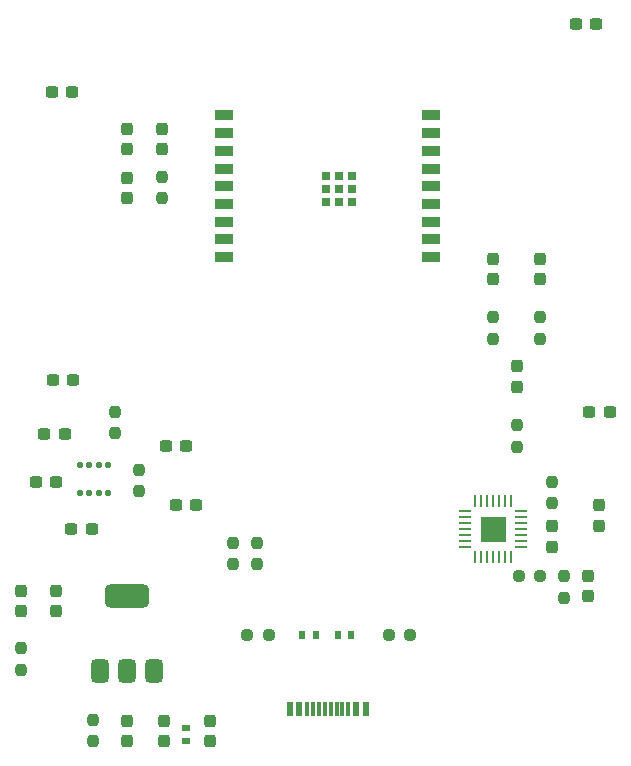
<source format=gbr>
%TF.GenerationSoftware,KiCad,Pcbnew,9.0.2*%
%TF.CreationDate,2026-02-08T22:26:42+01:00*%
%TF.ProjectId,home,686f6d65-2e6b-4696-9361-645f70636258,rev?*%
%TF.SameCoordinates,Original*%
%TF.FileFunction,Paste,Top*%
%TF.FilePolarity,Positive*%
%FSLAX46Y46*%
G04 Gerber Fmt 4.6, Leading zero omitted, Abs format (unit mm)*
G04 Created by KiCad (PCBNEW 9.0.2) date 2026-02-08 22:26:42*
%MOMM*%
%LPD*%
G01*
G04 APERTURE LIST*
G04 Aperture macros list*
%AMRoundRect*
0 Rectangle with rounded corners*
0 $1 Rounding radius*
0 $2 $3 $4 $5 $6 $7 $8 $9 X,Y pos of 4 corners*
0 Add a 4 corners polygon primitive as box body*
4,1,4,$2,$3,$4,$5,$6,$7,$8,$9,$2,$3,0*
0 Add four circle primitives for the rounded corners*
1,1,$1+$1,$2,$3*
1,1,$1+$1,$4,$5*
1,1,$1+$1,$6,$7*
1,1,$1+$1,$8,$9*
0 Add four rect primitives between the rounded corners*
20,1,$1+$1,$2,$3,$4,$5,0*
20,1,$1+$1,$4,$5,$6,$7,0*
20,1,$1+$1,$6,$7,$8,$9,0*
20,1,$1+$1,$8,$9,$2,$3,0*%
G04 Aperture macros list end*
%ADD10C,0.010000*%
%ADD11RoundRect,0.237500X-0.237500X0.300000X-0.237500X-0.300000X0.237500X-0.300000X0.237500X0.300000X0*%
%ADD12RoundRect,0.237500X0.250000X0.237500X-0.250000X0.237500X-0.250000X-0.237500X0.250000X-0.237500X0*%
%ADD13RoundRect,0.237500X-0.237500X0.250000X-0.237500X-0.250000X0.237500X-0.250000X0.237500X0.250000X0*%
%ADD14RoundRect,0.237500X0.237500X-0.300000X0.237500X0.300000X-0.237500X0.300000X-0.237500X-0.300000X0*%
%ADD15RoundRect,0.237500X0.237500X-0.250000X0.237500X0.250000X-0.237500X0.250000X-0.237500X-0.250000X0*%
%ADD16RoundRect,0.237500X0.300000X0.237500X-0.300000X0.237500X-0.300000X-0.237500X0.300000X-0.237500X0*%
%ADD17R,0.609600X0.660400*%
%ADD18RoundRect,0.375000X0.375000X-0.625000X0.375000X0.625000X-0.375000X0.625000X-0.375000X-0.625000X0*%
%ADD19RoundRect,0.500000X1.400000X-0.500000X1.400000X0.500000X-1.400000X0.500000X-1.400000X-0.500000X0*%
%ADD20RoundRect,0.237500X0.237500X-0.287500X0.237500X0.287500X-0.237500X0.287500X-0.237500X-0.287500X0*%
%ADD21R,0.660400X0.609600*%
%ADD22RoundRect,0.237500X-0.300000X-0.237500X0.300000X-0.237500X0.300000X0.237500X-0.300000X0.237500X0*%
%ADD23RoundRect,0.125000X-0.125000X-0.137500X0.125000X-0.137500X0.125000X0.137500X-0.125000X0.137500X0*%
%ADD24R,0.600000X1.150000*%
%ADD25R,0.300000X1.150000*%
%ADD26R,0.270000X0.990000*%
%ADD27R,0.990000X0.270000*%
%ADD28R,0.700000X0.700000*%
%ADD29R,1.500000X0.900000*%
G04 APERTURE END LIST*
D10*
%TO.C,U2*%
X225027740Y-138027740D02*
X222972260Y-138027740D01*
X222972260Y-135972260D01*
X225027740Y-135972260D01*
X225027740Y-138027740D01*
G36*
X225027740Y-138027740D02*
G01*
X222972260Y-138027740D01*
X222972260Y-135972260D01*
X225027740Y-135972260D01*
X225027740Y-138027740D01*
G37*
%TD*%
D11*
%TO.C,C5*%
X193000000Y-107275000D03*
X193000000Y-109000000D03*
%TD*%
D12*
%TO.C,R6*%
X217000000Y-146000000D03*
X215175000Y-146000000D03*
%TD*%
D11*
%TO.C,C4*%
X196000000Y-103137500D03*
X196000000Y-104862500D03*
%TD*%
D13*
%TO.C,R9*%
X226000000Y-128212500D03*
X226000000Y-130037500D03*
%TD*%
D14*
%TO.C,C14*%
X229000000Y-138500000D03*
X229000000Y-136775000D03*
%TD*%
D15*
%TO.C,R15*%
X184000000Y-148912500D03*
X184000000Y-147087500D03*
%TD*%
D16*
%TO.C,C8*%
X198000000Y-130000000D03*
X196275000Y-130000000D03*
%TD*%
%TO.C,C10*%
X187725000Y-129000000D03*
X186000000Y-129000000D03*
%TD*%
D13*
%TO.C,R3*%
X196000000Y-107175000D03*
X196000000Y-109000000D03*
%TD*%
D11*
%TO.C,C3*%
X193000000Y-103137500D03*
X193000000Y-104862500D03*
%TD*%
D15*
%TO.C,R13*%
X192000000Y-128912500D03*
X192000000Y-127087500D03*
%TD*%
D16*
%TO.C,C7*%
X198862500Y-135000000D03*
X197137500Y-135000000D03*
%TD*%
D17*
%TO.C,CR3*%
X210857000Y-146000000D03*
X212000000Y-146000000D03*
%TD*%
D11*
%TO.C,C16*%
X196159750Y-153275000D03*
X196159750Y-155000000D03*
%TD*%
D18*
%TO.C,U5*%
X190700000Y-148997250D03*
X193000000Y-148997250D03*
D19*
X193000000Y-142697250D03*
D18*
X195300000Y-148997250D03*
%TD*%
D20*
%TO.C,D3*%
X223975000Y-115875000D03*
X223975000Y-114125000D03*
%TD*%
D13*
%TO.C,R11*%
X202000000Y-138175000D03*
X202000000Y-140000000D03*
%TD*%
%TO.C,R14*%
X194000000Y-132000000D03*
X194000000Y-133825000D03*
%TD*%
%TO.C,R7*%
X229000000Y-133000000D03*
X229000000Y-134825000D03*
%TD*%
D14*
%TO.C,C1*%
X233000000Y-136725000D03*
X233000000Y-135000000D03*
%TD*%
D11*
%TO.C,C17*%
X187000000Y-142275000D03*
X187000000Y-144000000D03*
%TD*%
%TO.C,C2*%
X200000000Y-153275000D03*
X200000000Y-155000000D03*
%TD*%
D13*
%TO.C,R10*%
X224000000Y-119087500D03*
X224000000Y-120912500D03*
%TD*%
D15*
%TO.C,R5*%
X230000000Y-142825000D03*
X230000000Y-141000000D03*
%TD*%
D16*
%TO.C,C12*%
X232725000Y-94250000D03*
X231000000Y-94250000D03*
%TD*%
D20*
%TO.C,D4*%
X193000000Y-155000000D03*
X193000000Y-153250000D03*
%TD*%
D12*
%TO.C,R4*%
X228000000Y-141000000D03*
X226175000Y-141000000D03*
%TD*%
D11*
%TO.C,C6*%
X232000000Y-141000000D03*
X232000000Y-142725000D03*
%TD*%
D21*
%TO.C,CR1*%
X198000000Y-153857000D03*
X198000000Y-155000000D03*
%TD*%
D15*
%TO.C,R16*%
X190140250Y-155002750D03*
X190140250Y-153177750D03*
%TD*%
D22*
%TO.C,C15*%
X186637500Y-100000000D03*
X188362500Y-100000000D03*
%TD*%
D16*
%TO.C,C9*%
X187000000Y-133000000D03*
X185275000Y-133000000D03*
%TD*%
%TO.C,C18*%
X233862500Y-127137500D03*
X232137500Y-127137500D03*
%TD*%
D23*
%TO.C,U4*%
X189000000Y-131625000D03*
X189800000Y-131625000D03*
X190600000Y-131625000D03*
X191400000Y-131625000D03*
X191400000Y-134000000D03*
X190600000Y-134000000D03*
X189800000Y-134000000D03*
X189000000Y-134000000D03*
%TD*%
D22*
%TO.C,C13*%
X186739400Y-124400001D03*
X188464400Y-124400001D03*
%TD*%
D24*
%TO.C,J1*%
X206800000Y-152255000D03*
X207600000Y-152255000D03*
D25*
X208750000Y-152255000D03*
X209750000Y-152255000D03*
X210250000Y-152255000D03*
X211250000Y-152255000D03*
D24*
X213200000Y-152255000D03*
X212400000Y-152255000D03*
D25*
X211750000Y-152255000D03*
X210750000Y-152255000D03*
X209250000Y-152255000D03*
X208250000Y-152255000D03*
%TD*%
D26*
%TO.C,U2*%
X222500000Y-139360000D03*
X223000000Y-139360000D03*
X223500000Y-139360000D03*
X224000000Y-139360000D03*
X224500000Y-139360000D03*
X225000000Y-139360000D03*
X225500000Y-139360000D03*
D27*
X226360000Y-138500000D03*
X226360000Y-138000000D03*
X226360000Y-137500000D03*
X226360000Y-137000000D03*
X226360000Y-136500000D03*
X226360000Y-136000000D03*
X226360000Y-135500000D03*
D26*
X225500000Y-134640000D03*
X225000000Y-134640000D03*
X224500000Y-134640000D03*
X224000000Y-134640000D03*
X223500000Y-134640000D03*
X223000000Y-134640000D03*
X222500000Y-134640000D03*
D27*
X221640000Y-135500000D03*
X221640000Y-136000000D03*
X221640000Y-136500000D03*
X221640000Y-137000000D03*
X221640000Y-137500000D03*
X221640000Y-138000000D03*
X221640000Y-138500000D03*
%TD*%
D13*
%TO.C,R8*%
X228000000Y-119087500D03*
X228000000Y-120912500D03*
%TD*%
D17*
%TO.C,CR2*%
X209000000Y-146000000D03*
X207857000Y-146000000D03*
%TD*%
D12*
%TO.C,R2*%
X205000000Y-146000000D03*
X203175000Y-146000000D03*
%TD*%
D28*
%TO.C,U1*%
X209860000Y-107100000D03*
X209860000Y-108200000D03*
X209860000Y-109300000D03*
X210960000Y-107100000D03*
X210960000Y-108200000D03*
X210960000Y-109300000D03*
X212060000Y-107100000D03*
X212060000Y-108200000D03*
X212060000Y-109300000D03*
D29*
X201250000Y-102000000D03*
X201250000Y-103500000D03*
X201250000Y-105000000D03*
X201250000Y-106500000D03*
X201250000Y-108000000D03*
X201250000Y-109500000D03*
X201250000Y-111000000D03*
X201250000Y-112500000D03*
X201250000Y-114000000D03*
X218750000Y-114000000D03*
X218750000Y-112500000D03*
X218750000Y-111000000D03*
X218750000Y-109500000D03*
X218750000Y-108000000D03*
X218750000Y-106500000D03*
X218750000Y-105000000D03*
X218750000Y-103500000D03*
X218750000Y-102000000D03*
%TD*%
D13*
%TO.C,R12*%
X204000000Y-138175000D03*
X204000000Y-140000000D03*
%TD*%
D20*
%TO.C,D5*%
X184000000Y-144000000D03*
X184000000Y-142250000D03*
%TD*%
%TO.C,D1*%
X228000000Y-115875000D03*
X228000000Y-114125000D03*
%TD*%
D16*
%TO.C,C11*%
X190000000Y-137000000D03*
X188275000Y-137000000D03*
%TD*%
D20*
%TO.C,D2*%
X226000000Y-125000000D03*
X226000000Y-123250000D03*
%TD*%
M02*

</source>
